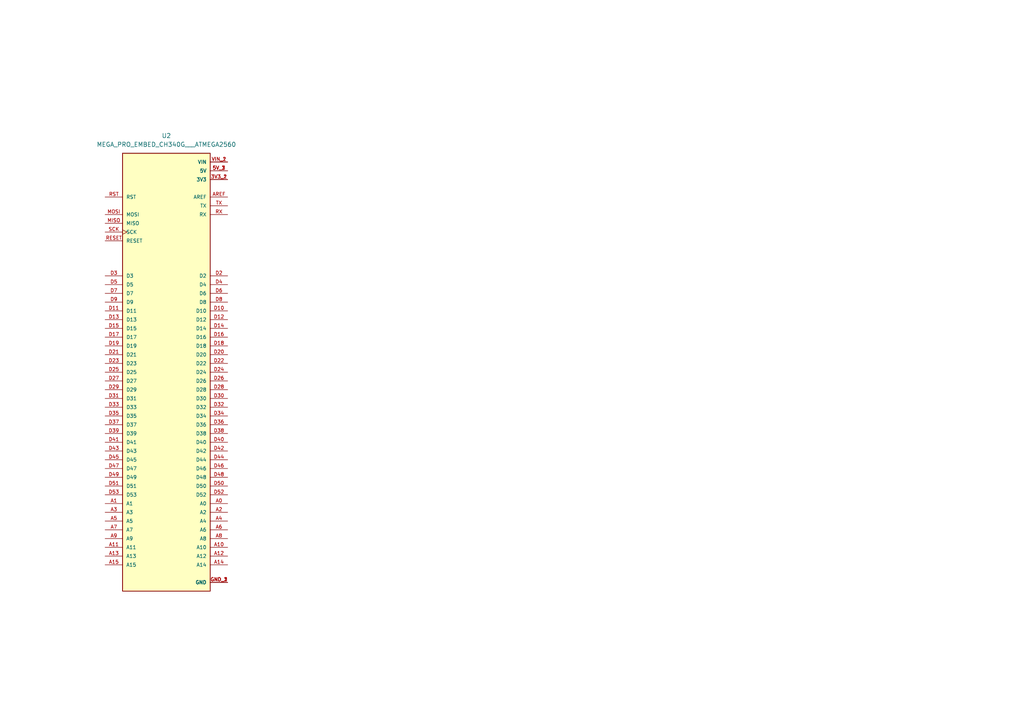
<source format=kicad_sch>
(kicad_sch (version 20230121) (generator eeschema)
  (paper "A4")
  (lib_symbols
    (symbol "MEGA_PRO_EMBED_CH340G___ATMEGA2560:MEGA_PRO_EMBED_CH340G___ATMEGA2560" (pin_names (offset 1.016))
      (property "Reference" "U" (at -12.7 63.5 0))
      (property "Value" "MEGA_PRO_EMBED_CH340G___ATMEGA2560" (at -12.7 -66.04 0))
      (symbol "MEGA_PRO_EMBED_CH340G___ATMEGA2560_0_0"
        (rectangle (start -12.7 -63.5) (end 12.7 63.5) (stroke (width 0.254)) (fill (type background)))
        (pin power_in line (at 17.78 55.88 180) (length 5.08) (name "3V3") (number "3V3_1"))
        (pin power_in line (at 17.78 55.88 180) (length 5.08) (name "3V3") (number "3V3_2"))
        (pin power_in line (at 17.78 58.42 180) (length 5.08) (name "5V") (number "5V_1"))
        (pin power_in line (at 17.78 58.42 180) (length 5.08) (name "5V") (number "5V_2"))
        (pin power_in line (at 17.78 58.42 180) (length 5.08) (name "5V") (number "5V_3"))
        (pin bidirectional line (at 17.78 -38.1 180) (length 5.08) (name "A0") (number "A0"))
        (pin bidirectional line (at -17.78 -38.1 0) (length 5.08) (name "A1") (number "A1"))
        (pin bidirectional line (at 17.78 -50.8 180) (length 5.08) (name "A10") (number "A10"))
        (pin bidirectional line (at -17.78 -50.8 0) (length 5.08) (name "A11") (number "A11"))
        (pin bidirectional line (at 17.78 -53.34 180) (length 5.08) (name "A12") (number "A12"))
        (pin bidirectional line (at -17.78 -53.34 0) (length 5.08) (name "A13") (number "A13"))
        (pin bidirectional line (at 17.78 -55.88 180) (length 5.08) (name "A14") (number "A14"))
        (pin bidirectional line (at -17.78 -55.88 0) (length 5.08) (name "A15") (number "A15"))
        (pin bidirectional line (at 17.78 -40.64 180) (length 5.08) (name "A2") (number "A2"))
        (pin bidirectional line (at -17.78 -40.64 0) (length 5.08) (name "A3") (number "A3"))
        (pin bidirectional line (at 17.78 -43.18 180) (length 5.08) (name "A4") (number "A4"))
        (pin bidirectional line (at -17.78 -43.18 0) (length 5.08) (name "A5") (number "A5"))
        (pin bidirectional line (at 17.78 -45.72 180) (length 5.08) (name "A6") (number "A6"))
        (pin bidirectional line (at -17.78 -45.72 0) (length 5.08) (name "A7") (number "A7"))
        (pin bidirectional line (at 17.78 -48.26 180) (length 5.08) (name "A8") (number "A8"))
        (pin bidirectional line (at -17.78 -48.26 0) (length 5.08) (name "A9") (number "A9"))
        (pin bidirectional line (at 17.78 50.8 180) (length 5.08) (name "AREF") (number "AREF"))
        (pin bidirectional line (at 17.78 17.78 180) (length 5.08) (name "D10") (number "D10"))
        (pin bidirectional line (at -17.78 17.78 0) (length 5.08) (name "D11") (number "D11"))
        (pin bidirectional line (at 17.78 15.24 180) (length 5.08) (name "D12") (number "D12"))
        (pin bidirectional line (at -17.78 15.24 0) (length 5.08) (name "D13") (number "D13"))
        (pin bidirectional line (at 17.78 12.7 180) (length 5.08) (name "D14") (number "D14"))
        (pin bidirectional line (at -17.78 12.7 0) (length 5.08) (name "D15") (number "D15"))
        (pin bidirectional line (at 17.78 10.16 180) (length 5.08) (name "D16") (number "D16"))
        (pin bidirectional line (at -17.78 10.16 0) (length 5.08) (name "D17") (number "D17"))
        (pin bidirectional line (at 17.78 7.62 180) (length 5.08) (name "D18") (number "D18"))
        (pin bidirectional line (at -17.78 7.62 0) (length 5.08) (name "D19") (number "D19"))
        (pin bidirectional line (at 17.78 27.94 180) (length 5.08) (name "D2") (number "D2"))
        (pin bidirectional line (at 17.78 5.08 180) (length 5.08) (name "D20") (number "D20"))
        (pin bidirectional line (at -17.78 5.08 0) (length 5.08) (name "D21") (number "D21"))
        (pin bidirectional line (at 17.78 2.54 180) (length 5.08) (name "D22") (number "D22"))
        (pin bidirectional line (at -17.78 2.54 0) (length 5.08) (name "D23") (number "D23"))
        (pin bidirectional line (at 17.78 0 180) (length 5.08) (name "D24") (number "D24"))
        (pin bidirectional line (at -17.78 0 0) (length 5.08) (name "D25") (number "D25"))
        (pin bidirectional line (at 17.78 -2.54 180) (length 5.08) (name "D26") (number "D26"))
        (pin bidirectional line (at -17.78 -2.54 0) (length 5.08) (name "D27") (number "D27"))
        (pin bidirectional line (at 17.78 -5.08 180) (length 5.08) (name "D28") (number "D28"))
        (pin bidirectional line (at -17.78 -5.08 0) (length 5.08) (name "D29") (number "D29"))
        (pin bidirectional line (at -17.78 27.94 0) (length 5.08) (name "D3") (number "D3"))
        (pin bidirectional line (at 17.78 -7.62 180) (length 5.08) (name "D30") (number "D30"))
        (pin bidirectional line (at -17.78 -7.62 0) (length 5.08) (name "D31") (number "D31"))
        (pin bidirectional line (at 17.78 -10.16 180) (length 5.08) (name "D32") (number "D32"))
        (pin bidirectional line (at -17.78 -10.16 0) (length 5.08) (name "D33") (number "D33"))
        (pin bidirectional line (at 17.78 -12.7 180) (length 5.08) (name "D34") (number "D34"))
        (pin bidirectional line (at -17.78 -12.7 0) (length 5.08) (name "D35") (number "D35"))
        (pin bidirectional line (at 17.78 -15.24 180) (length 5.08) (name "D36") (number "D36"))
        (pin bidirectional line (at -17.78 -15.24 0) (length 5.08) (name "D37") (number "D37"))
        (pin bidirectional line (at 17.78 -17.78 180) (length 5.08) (name "D38") (number "D38"))
        (pin bidirectional line (at -17.78 -17.78 0) (length 5.08) (name "D39") (number "D39"))
        (pin bidirectional line (at 17.78 25.4 180) (length 5.08) (name "D4") (number "D4"))
        (pin bidirectional line (at 17.78 -20.32 180) (length 5.08) (name "D40") (number "D40"))
        (pin bidirectional line (at -17.78 -20.32 0) (length 5.08) (name "D41") (number "D41"))
        (pin bidirectional line (at 17.78 -22.86 180) (length 5.08) (name "D42") (number "D42"))
        (pin bidirectional line (at -17.78 -22.86 0) (length 5.08) (name "D43") (number "D43"))
        (pin bidirectional line (at 17.78 -25.4 180) (length 5.08) (name "D44") (number "D44"))
        (pin bidirectional line (at -17.78 -25.4 0) (length 5.08) (name "D45") (number "D45"))
        (pin bidirectional line (at 17.78 -27.94 180) (length 5.08) (name "D46") (number "D46"))
        (pin bidirectional line (at -17.78 -27.94 0) (length 5.08) (name "D47") (number "D47"))
        (pin bidirectional line (at 17.78 -30.48 180) (length 5.08) (name "D48") (number "D48"))
        (pin bidirectional line (at -17.78 -30.48 0) (length 5.08) (name "D49") (number "D49"))
        (pin bidirectional line (at -17.78 25.4 0) (length 5.08) (name "D5") (number "D5"))
        (pin bidirectional line (at 17.78 -33.02 180) (length 5.08) (name "D50") (number "D50"))
        (pin bidirectional line (at -17.78 -33.02 0) (length 5.08) (name "D51") (number "D51"))
        (pin bidirectional line (at 17.78 -35.56 180) (length 5.08) (name "D52") (number "D52"))
        (pin bidirectional line (at -17.78 -35.56 0) (length 5.08) (name "D53") (number "D53"))
        (pin bidirectional line (at 17.78 22.86 180) (length 5.08) (name "D6") (number "D6"))
        (pin bidirectional line (at -17.78 22.86 0) (length 5.08) (name "D7") (number "D7"))
        (pin bidirectional line (at 17.78 20.32 180) (length 5.08) (name "D8") (number "D8"))
        (pin bidirectional line (at -17.78 20.32 0) (length 5.08) (name "D9") (number "D9"))
        (pin power_in line (at 17.78 -60.96 180) (length 5.08) (name "GND") (number "GND_1"))
        (pin power_in line (at 17.78 -60.96 180) (length 5.08) (name "GND") (number "GND_2"))
        (pin power_in line (at 17.78 -60.96 180) (length 5.08) (name "GND") (number "GND_3"))
        (pin bidirectional line (at -17.78 43.18 0) (length 5.08) (name "MISO") (number "MISO"))
        (pin bidirectional line (at -17.78 45.72 0) (length 5.08) (name "MOSI") (number "MOSI"))
        (pin input line (at -17.78 38.1 0) (length 5.08) (name "RESET") (number "RESET"))
        (pin input line (at -17.78 50.8 0) (length 5.08) (name "RST") (number "RST"))
        (pin input line (at 17.78 45.72 180) (length 5.08) (name "RX") (number "RX"))
        (pin bidirectional clock (at -17.78 40.64 0) (length 5.08) (name "SCK") (number "SCK"))
        (pin output line (at 17.78 48.26 180) (length 5.08) (name "TX") (number "TX"))
        (pin power_in line (at 17.78 60.96 180) (length 5.08) (name "VIN") (number "VIN_1"))
        (pin power_in line (at 17.78 60.96 180) (length 5.08) (name "VIN") (number "VIN_2"))
      )
    )
  )
  (symbol (lib_id "MEGA_PRO_EMBED_CH340G___ATMEGA2560:MEGA_PRO_EMBED_CH340G___ATMEGA2560") (at 48.26 107.95 0) (unit 1)
    (property "Reference" "U2" (at 48.26 39.37 0))
    (property "Value" "MEGA_PRO_EMBED_CH340G___ATMEGA2560" (at 48.26 41.91 0))
    (property "Footprint" "MEGA_PRO_EMBED_CH340G___ATMEGA2560:MODULE_MEGA_PRO_EMBED_CH340G___ATMEGA2560" (effects hide))
    (property "MF" "Robotdyn" (effects hide))
    (property "Description" "\n" (effects hide))
    (property "Package" "None" (effects hide))
    (property "Price" "None" (effects hide))
    (property "Check_prices" "https://www.snapeda.com/parts/Mega%20Pro%20Embed%20CH340G%20/%20ATmega2560/Robotdyn/view-part/?ref=eda" (effects hide))
    (property "STANDARD" "Manufacturer Recommendations" (effects hide))
    (property "PARTREV" "12/May/2017" (effects hide))
    (property "SnapEDA_Link" "https://www.snapeda.com/parts/Mega%20Pro%20Embed%20CH340G%20/%20ATmega2560/Robotdyn/view-part/?ref=snap" (effects hide))
    (property "MP" "Mega Pro Embed CH340G / ATmega2560" (effects hide))
    (property "Availability" "Not in stock" (effects hide))
    (property "MANUFACTURER" "Robotdyn" (effects hide))
  )
)
</source>
